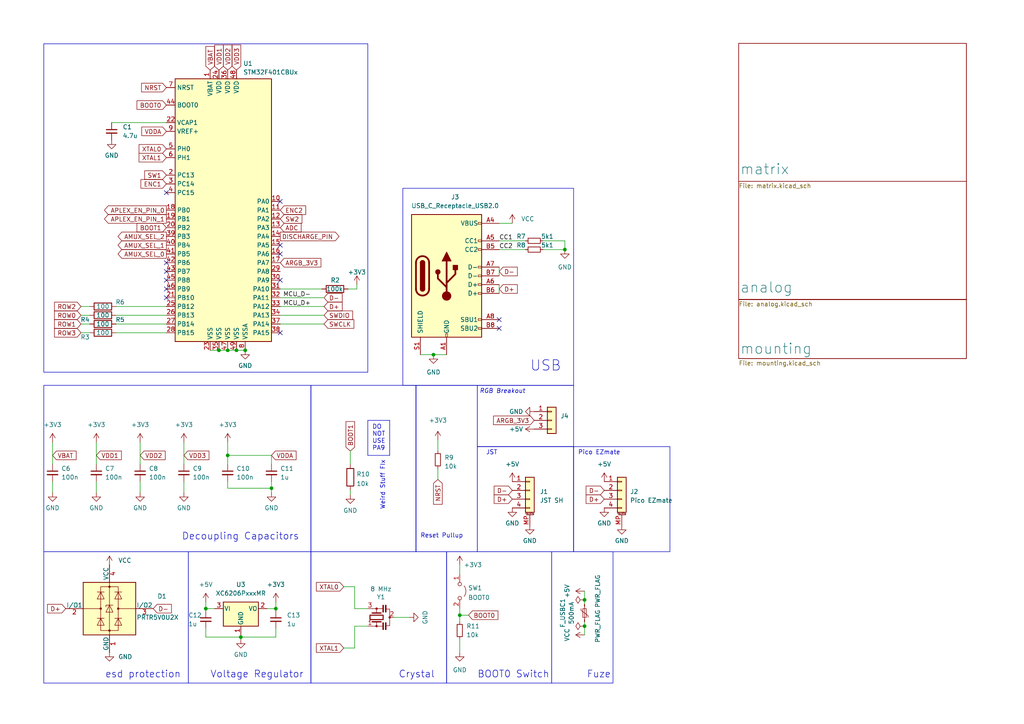
<source format=kicad_sch>
(kicad_sch (version 20231120) (generator "eeschema") (generator_version "8.0")
  (paper "A4")
  (lib_symbols
    (symbol "Connector:USB_C_Receptacle_USB2.0" (pin_names (offset 1.016))
      (property "Reference" "J" (at -10.16 19.05 0))
      (property "Value" "USB_C_Receptacle_USB2.0" (at 19.05 19.05 0))
      (symbol "USB_C_Receptacle_USB2.0_0_0"
        (rectangle (start -0.254 -17.78) (end 0.254 -16.764))
        (rectangle (start 10.16 -14.986) (end 9.144 -15.494))
        (rectangle (start 10.16 -12.446) (end 9.144 -12.954))
        (rectangle (start 10.16 -4.826) (end 9.144 -5.334))
        (rectangle (start 10.16 -2.286) (end 9.144 -2.794))
        (rectangle (start 10.16 0.254) (end 9.144 -0.254))
        (rectangle (start 10.16 2.794) (end 9.144 2.286))
        (rectangle (start 10.16 7.874) (end 9.144 7.366))
        (rectangle (start 10.16 10.414) (end 9.144 9.906))
        (rectangle (start 10.16 15.494) (end 9.144 14.986))
      )
      (symbol "USB_C_Receptacle_USB2.0_0_1"
        (rectangle (start -10.16 17.78) (end 10.16 -17.78) (stroke (width 0.254)) (fill (type background)))
        (arc (start -8.89 -3.81) (mid -6.985 -5.7067) (end -5.08 -3.81) (stroke (width 0.508)))
        (arc (start -7.62 -3.81) (mid -6.985 -4.4423) (end -6.35 -3.81) (stroke (width 0.254)))
        (arc (start -7.62 -3.81) (mid -6.985 -4.4423) (end -6.35 -3.81) (stroke (width 0.254)) (fill (type outline)))
        (rectangle (start -7.62 -3.81) (end -6.35 3.81) (stroke (width 0.254)) (fill (type outline)))
        (arc (start -6.35 3.81) (mid -6.985 4.4423) (end -7.62 3.81) (stroke (width 0.254)))
        (arc (start -6.35 3.81) (mid -6.985 4.4423) (end -7.62 3.81) (stroke (width 0.254)) (fill (type outline)))
        (arc (start -5.08 3.81) (mid -6.985 5.7067) (end -8.89 3.81) (stroke (width 0.508)))
        (circle (center -2.54 1.143) (radius 0.635) (stroke (width 0.254)) (fill (type outline)))
        (circle (center 0 -5.842) (radius 1.27) (fill (type outline)))
        (polyline (pts (xy -8.89 -3.81) (xy -8.89 3.81)) (stroke (width 0.508)))
        (polyline (pts (xy -5.08 3.81) (xy -5.08 -3.81)) (stroke (width 0.508)))
        (polyline (pts (xy 0 -5.842) (xy 0 4.318)) (stroke (width 0.508)))
        (polyline (pts (xy 0 -3.302) (xy -2.54 -0.762) (xy -2.54 0.508)) (stroke (width 0.508)))
        (polyline (pts (xy 0 -2.032) (xy 2.54 0.508) (xy 2.54 1.778)) (stroke (width 0.508)))
        (polyline (pts (xy -1.27 4.318) (xy 0 6.858) (xy 1.27 4.318) (xy -1.27 4.318)) (stroke (width 0.254)) (fill (type outline)))
        (rectangle (start 1.905 1.778) (end 3.175 3.048) (stroke (width 0.254)) (fill (type outline)))
      )
      (symbol "USB_C_Receptacle_USB2.0_1_1"
        (pin passive line (at 0 -22.86 90) (length 5.08) (name "GND") (number "A1"))
        (pin passive line (at 0 -22.86 90) (length 5.08) hide (name "GND") (number "A12"))
        (pin passive line (at 15.24 15.24 180) (length 5.08) (name "VBUS") (number "A4"))
        (pin bidirectional line (at 15.24 10.16 180) (length 5.08) (name "CC1") (number "A5"))
        (pin bidirectional line (at 15.24 -2.54 180) (length 5.08) (name "D+") (number "A6"))
        (pin bidirectional line (at 15.24 2.54 180) (length 5.08) (name "D-") (number "A7"))
        (pin bidirectional line (at 15.24 -12.7 180) (length 5.08) (name "SBU1") (number "A8"))
        (pin passive line (at 15.24 15.24 180) (length 5.08) hide (name "VBUS") (number "A9"))
        (pin passive line (at 0 -22.86 90) (length 5.08) hide (name "GND") (number "B1"))
        (pin passive line (at 0 -22.86 90) (length 5.08) hide (name "GND") (number "B12"))
        (pin passive line (at 15.24 15.24 180) (length 5.08) hide (name "VBUS") (number "B4"))
        (pin bidirectional line (at 15.24 7.62 180) (length 5.08) (name "CC2") (number "B5"))
        (pin bidirectional line (at 15.24 -5.08 180) (length 5.08) (name "D+") (number "B6"))
        (pin bidirectional line (at 15.24 0 180) (length 5.08) (name "D-") (number "B7"))
        (pin bidirectional line (at 15.24 -15.24 180) (length 5.08) (name "SBU2") (number "B8"))
        (pin passive line (at 15.24 15.24 180) (length 5.08) hide (name "VBUS") (number "B9"))
        (pin passive line (at -7.62 -22.86 90) (length 5.08) (name "SHIELD") (number "S1"))
      )
    )
    (symbol "Connector_Generic:Conn_01x03" (pin_names (offset 1.016) hide)
      (property "Reference" "J" (at 0 5.08 0))
      (property "Value" "Conn_01x03" (at 0 -5.08 0))
      (symbol "Conn_01x03_1_1"
        (rectangle (start -1.27 -2.413) (end 0 -2.667) (stroke (width 0.1524)))
        (rectangle (start -1.27 0.127) (end 0 -0.127) (stroke (width 0.1524)))
        (rectangle (start -1.27 2.667) (end 0 2.413) (stroke (width 0.1524)))
        (rectangle (start -1.27 3.81) (end 1.27 -3.81) (stroke (width 0.254)) (fill (type background)))
        (pin passive line (at -5.08 2.54 0) (length 3.81) (name "Pin_1") (number "1"))
        (pin passive line (at -5.08 0 0) (length 3.81) (name "Pin_2") (number "2"))
        (pin passive line (at -5.08 -2.54 0) (length 3.81) (name "Pin_3") (number "3"))
      )
    )
    (symbol "Connector_Generic_MountingPin:Conn_01x04_MountingPin" (pin_names (offset 1.016) hide)
      (property "Reference" "J" (at 0 5.08 0))
      (property "Value" "Conn_01x04_MountingPin" (at 1.27 -7.62 0))
      (symbol "Conn_01x04_MountingPin_1_1"
        (rectangle (start -1.27 -4.953) (end 0 -5.207) (stroke (width 0.1524)))
        (rectangle (start -1.27 -2.413) (end 0 -2.667) (stroke (width 0.1524)))
        (rectangle (start -1.27 0.127) (end 0 -0.127) (stroke (width 0.1524)))
        (rectangle (start -1.27 2.667) (end 0 2.413) (stroke (width 0.1524)))
        (rectangle (start -1.27 3.81) (end 1.27 -6.35) (stroke (width 0.254)) (fill (type background)))
        (polyline (pts (xy -1.016 -7.112) (xy 1.016 -7.112)) (stroke (width 0.1524)))
        (text "Mounting" (at 0 -6.731 0) (effects (font (size 0.381 0.381))))
        (pin passive line (at -5.08 2.54 0) (length 3.81) (name "Pin_1") (number "1"))
        (pin passive line (at -5.08 0 0) (length 3.81) (name "Pin_2") (number "2"))
        (pin passive line (at -5.08 -2.54 0) (length 3.81) (name "Pin_3") (number "3"))
        (pin passive line (at -5.08 -5.08 0) (length 3.81) (name "Pin_4") (number "4"))
        (pin passive line (at 0 -10.16 90) (length 3.048) (name "MountPin") (number "MP"))
      )
    )
    (symbol "Device:C_Small" (pin_numbers hide) (pin_names (offset 0.254) hide)
      (property "Reference" "C" (at 0.254 1.778 0))
      (property "Value" "C_Small" (at 0.254 -2.032 0))
      (symbol "C_Small_0_1"
        (polyline (pts (xy -1.524 -0.508) (xy 1.524 -0.508)) (stroke (width 0.3302)))
        (polyline (pts (xy -1.524 0.508) (xy 1.524 0.508)) (stroke (width 0.3048)))
      )
      (symbol "C_Small_1_1"
        (pin passive line (at 0 2.54 270) (length 2.032) (name "~") (number "1"))
        (pin passive line (at 0 -2.54 90) (length 2.032) (name "~") (number "2"))
      )
    )
    (symbol "Device:Polyfuse_Small" (pin_numbers hide) (pin_names (offset 0))
      (property "Reference" "F" (at -1.905 0 90))
      (property "Value" "Polyfuse_Small" (at 1.905 0 90))
      (symbol "Polyfuse_Small_0_1"
        (rectangle (start -0.508 1.27) (end 0.508 -1.27))
        (polyline (pts (xy 0 2.54) (xy 0 -2.54)))
        (polyline (pts (xy -1.016 1.27) (xy -1.016 0.762) (xy 1.016 -0.762) (xy 1.016 -1.27)))
      )
      (symbol "Polyfuse_Small_1_1"
        (pin passive line (at 0 2.54 270) (length 0.635) (name "~") (number "1"))
        (pin passive line (at 0 -2.54 90) (length 0.635) (name "~") (number "2"))
      )
    )
    (symbol "Device:R" (pin_numbers hide) (pin_names (offset 0))
      (property "Reference" "R" (at 2.032 0 90))
      (property "Value" "R" (at 0 0 90))
      (symbol "R_0_1"
        (rectangle (start -1.016 -2.54) (end 1.016 2.54) (stroke (width 0.254)))
      )
      (symbol "R_1_1"
        (pin passive line (at 0 3.81 270) (length 1.27) (name "~") (number "1"))
        (pin passive line (at 0 -3.81 90) (length 1.27) (name "~") (number "2"))
      )
    )
    (symbol "Device:R_Small" (pin_numbers hide) (pin_names (offset 0.254) hide)
      (property "Reference" "R" (at 0.762 0.508 0))
      (property "Value" "R_Small" (at 0.762 -1.016 0))
      (symbol "R_Small_0_1"
        (rectangle (start -0.762 1.778) (end 0.762 -1.778) (stroke (width 0.2032)))
      )
      (symbol "R_Small_1_1"
        (pin passive line (at 0 2.54 270) (length 0.762) (name "~") (number "1"))
        (pin passive line (at 0 -2.54 90) (length 0.762) (name "~") (number "2"))
      )
    )
    (symbol "Device:Resonator_Small" (pin_names (offset 1.016) hide)
      (property "Reference" "Y" (at 3.175 1.905 0))
      (property "Value" "Resonator_Small" (at 3.175 0 0))
      (symbol "Resonator_Small_0_1"
        (rectangle (start -3.556 -2.54) (end -1.524 -2.794) (fill (type outline)))
        (rectangle (start -3.556 -1.778) (end -1.524 -2.032) (fill (type outline)))
        (circle (center -2.54 0) (radius 0.254) (fill (type outline)))
        (rectangle (start -0.635 1.905) (end 0.635 -1.905) (stroke (width 0.3048)))
        (circle (center 0 -3.81) (radius 0.254) (fill (type outline)))
        (polyline (pts (xy -2.54 -1.778) (xy -2.54 0)))
        (polyline (pts (xy -2.54 0) (xy -1.397 0)))
        (polyline (pts (xy -2.54 1.27) (xy -2.54 0)))
        (polyline (pts (xy -1.27 -1.27) (xy -1.27 1.27)) (stroke (width 0.381)))
        (polyline (pts (xy 1.27 -1.27) (xy 1.27 1.27)) (stroke (width 0.381)))
        (polyline (pts (xy 1.27 0) (xy 2.54 0)))
        (polyline (pts (xy 2.54 0) (xy 2.54 -1.778)))
        (polyline (pts (xy 2.54 1.27) (xy 2.54 0)))
        (polyline (pts (xy 2.413 -2.794) (xy 2.413 -3.81) (xy -2.413 -3.81) (xy -2.413 -2.667)))
        (rectangle (start 1.524 -2.54) (end 3.556 -2.794) (fill (type outline)))
        (rectangle (start 1.524 -1.778) (end 3.556 -2.032) (fill (type outline)))
        (circle (center 2.54 0) (radius 0.254) (fill (type outline)))
      )
      (symbol "Resonator_Small_1_1"
        (pin passive line (at -2.54 2.54 270) (length 1.27) (name "1") (number "1"))
        (pin passive line (at 0 -5.08 90) (length 1.27) (name "2") (number "2"))
        (pin passive line (at 2.54 2.54 270) (length 1.27) (name "3") (number "3"))
      )
    )
    (symbol "GND_4" (power) (pin_names (offset 0))
      (property "Value" "GND_4" (at 0 -3.81 0))
      (symbol "GND_4_0_1"
        (polyline (pts (xy 0 0) (xy 0 -1.27) (xy 1.27 -1.27) (xy 0 -2.54) (xy -1.27 -1.27) (xy 0 -1.27)))
      )
      (symbol "GND_4_1_1"
        (pin power_in line (at 0 0 270) (length 0) hide (name "GND") (number "1"))
      )
    )
    (symbol "Jumper:Jumper_2_Open" (pin_names (offset 0) hide)
      (property "Reference" "JP" (at 0 2.794 0))
      (property "Value" "Jumper_2_Open" (at 0 -2.286 0))
      (symbol "Jumper_2_Open_0_0"
        (circle (center -2.032 0) (radius 0.508))
        (circle (center 2.032 0) (radius 0.508))
      )
      (symbol "Jumper_2_Open_0_1"
        (arc (start 1.524 1.27) (mid 0 1.778) (end -1.524 1.27))
      )
      (symbol "Jumper_2_Open_1_1"
        (pin passive line (at -5.08 0 0) (length 2.54) (name "A") (number "1"))
        (pin passive line (at 5.08 0 180) (length 2.54) (name "B") (number "2"))
      )
    )
    (symbol "MCU_ST_STM32F4:STM32F401CBUx"
      (property "Reference" "U" (at -15.24 39.37 0))
      (property "Value" "STM32F401CBUx" (at 5.08 39.37 0))
      (symbol "STM32F401CBUx_0_1"
        (rectangle (start -15.24 -38.1) (end 12.7 38.1) (stroke (width 0.254)) (fill (type background)))
      )
      (symbol "STM32F401CBUx_1_1"
        (pin power_in line (at -5.08 40.64 270) (length 2.54) (name "VBAT") (number "1"))
        (pin bidirectional line (at 15.24 2.54 180) (length 2.54) (name "PA0") (number "10"))
        (pin bidirectional line (at 15.24 0 180) (length 2.54) (name "PA1") (number "11"))
        (pin bidirectional line (at 15.24 -2.54 180) (length 2.54) (name "PA2") (number "12"))
        (pin bidirectional line (at 15.24 -5.08 180) (length 2.54) (name "PA3") (number "13"))
        (pin bidirectional line (at 15.24 -7.62 180) (length 2.54) (name "PA4") (number "14"))
        (pin bidirectional line (at 15.24 -10.16 180) (length 2.54) (name "PA5") (number "15"))
        (pin bidirectional line (at 15.24 -12.7 180) (length 2.54) (name "PA6") (number "16"))
        (pin bidirectional line (at 15.24 -15.24 180) (length 2.54) (name "PA7") (number "17"))
        (pin bidirectional line (at -17.78 0 0) (length 2.54) (name "PB0") (number "18"))
        (pin bidirectional line (at -17.78 -2.54 0) (length 2.54) (name "PB1") (number "19"))
        (pin bidirectional line (at -17.78 10.16 0) (length 2.54) (name "PC13") (number "2"))
        (pin bidirectional line (at -17.78 -5.08 0) (length 2.54) (name "PB2") (number "20"))
        (pin bidirectional line (at -17.78 -25.4 0) (length 2.54) (name "PB10") (number "21"))
        (pin power_in line (at -17.78 25.4 0) (length 2.54) (name "VCAP1") (number "22"))
        (pin power_in line (at -5.08 -40.64 90) (length 2.54) (name "VSS") (number "23"))
        (pin power_in line (at -2.54 40.64 270) (length 2.54) (name "VDD") (number "24"))
        (pin bidirectional line (at -17.78 -27.94 0) (length 2.54) (name "PB12") (number "25"))
        (pin bidirectional line (at -17.78 -30.48 0) (length 2.54) (name "PB13") (number "26"))
        (pin bidirectional line (at -17.78 -33.02 0) (length 2.54) (name "PB14") (number "27"))
        (pin bidirectional line (at -17.78 -35.56 0) (length 2.54) (name "PB15") (number "28"))
        (pin bidirectional line (at 15.24 -17.78 180) (length 2.54) (name "PA8") (number "29"))
        (pin bidirectional line (at -17.78 7.62 0) (length 2.54) (name "PC14") (number "3"))
        (pin bidirectional line (at 15.24 -20.32 180) (length 2.54) (name "PA9") (number "30"))
        (pin bidirectional line (at 15.24 -22.86 180) (length 2.54) (name "PA10") (number "31"))
        (pin bidirectional line (at 15.24 -25.4 180) (length 2.54) (name "PA11") (number "32"))
        (pin bidirectional line (at 15.24 -27.94 180) (length 2.54) (name "PA12") (number "33"))
        (pin bidirectional line (at 15.24 -30.48 180) (length 2.54) (name "PA13") (number "34"))
        (pin power_in line (at -2.54 -40.64 90) (length 2.54) (name "VSS") (number "35"))
        (pin power_in line (at 0 40.64 270) (length 2.54) (name "VDD") (number "36"))
        (pin bidirectional line (at 15.24 -33.02 180) (length 2.54) (name "PA14") (number "37"))
        (pin bidirectional line (at 15.24 -35.56 180) (length 2.54) (name "PA15") (number "38"))
        (pin bidirectional line (at -17.78 -7.62 0) (length 2.54) (name "PB3") (number "39"))
        (pin bidirectional line (at -17.78 5.08 0) (length 2.54) (name "PC15") (number "4"))
        (pin bidirectional line (at -17.78 -10.16 0) (length 2.54) (name "PB4") (number "40"))
        (pin bidirectional line (at -17.78 -12.7 0) (length 2.54) (name "PB5") (number "41"))
        (pin bidirectional line (at -17.78 -15.24 0) (length 2.54) (name "PB6") (number "42"))
        (pin bidirectional line (at -17.78 -17.78 0) (length 2.54) (name "PB7") (number "43"))
        (pin input line (at -17.78 30.48 0) (length 2.54) (name "BOOT0") (number "44"))
        (pin bidirectional line (at -17.78 -20.32 0) (length 2.54) (name "PB8") (number "45"))
        (pin bidirectional line (at -17.78 -22.86 0) (length 2.54) (name "PB9") (number "46"))
        (pin power_in line (at 0 -40.64 90) (length 2.54) (name "VSS") (number "47"))
        (pin power_in line (at 2.54 40.64 270) (length 2.54) (name "VDD") (number "48"))
        (pin power_in line (at 2.54 -40.64 90) (length 2.54) (name "VSS") (number "49"))
        (pin input line (at -17.78 17.78 0) (length 2.54) (name "PH0") (number "5"))
        (pin input line (at -17.78 15.24 0) (length 2.54) (name "PH1") (number "6"))
        (pin input line (at -17.78 35.56 0) (length 2.54) (name "NRST") (number "7"))
        (pin power_in line (at 5.08 -40.64 90) (length 2.54) (name "VSSA") (number "8"))
        (pin power_in line (at -17.78 22.86 0) (length 2.54) (name "VREF+") (number "9"))
      )
    )
    (symbol "Power_Protection:PRTR5V0U2X" (pin_names (offset 0))
      (property "Reference" "D" (at 2.794 8.636 0))
      (property "Value" "PRTR5V0U2X" (at 8.128 -9.398 0))
      (symbol "PRTR5V0U2X_0_1"
        (rectangle (start -7.62 -7.62) (end 7.62 7.62) (stroke (width 0.254)) (fill (type background)))
        (circle (center -2.54 0) (radius 0.254) (fill (type outline)))
        (rectangle (start -2.54 6.35) (end 2.54 -6.35))
        (circle (center 0 -6.35) (radius 0.254) (fill (type outline)))
        (polyline (pts (xy -2.54 0) (xy -7.62 0)))
        (polyline (pts (xy -1.524 -2.794) (xy -3.556 -2.794)))
        (polyline (pts (xy -1.524 4.826) (xy -3.556 4.826)))
        (polyline (pts (xy 0 -7.62) (xy 0 7.62)))
        (polyline (pts (xy 1.524 -2.794) (xy 3.556 -2.794)))
        (polyline (pts (xy 1.524 4.826) (xy 3.556 4.826)))
        (polyline (pts (xy 2.54 0) (xy 7.62 0)))
        (polyline (pts (xy 1.016 1.016) (xy -1.016 1.016) (xy -1.016 0.508)))
        (polyline (pts (xy -3.556 -4.826) (xy -1.524 -4.826) (xy -2.54 -2.794) (xy -3.556 -4.826)))
        (polyline (pts (xy -3.556 2.794) (xy -1.524 2.794) (xy -2.54 4.826) (xy -3.556 2.794)))
        (polyline (pts (xy -1.016 -1.016) (xy 1.016 -1.016) (xy 0 1.016) (xy -1.016 -1.016)))
        (polyline (pts (xy 3.556 -4.826) (xy 1.524 -4.826) (xy 2.54 -2.794) (xy 3.556 -4.826)))
        (polyline (pts (xy 3.556 2.794) (xy 1.524 2.794) (xy 2.54 4.826) (xy 3.556 2.794)))
        (circle (center 0 6.35) (radius 0.254) (fill (type outline)))
        (circle (center 2.54 0) (radius 0.254) (fill (type outline)))
      )
      (symbol "PRTR5V0U2X_1_1"
        (pin passive line (at 0 -12.7 90) (length 5.08) (name "GND") (number "1"))
        (pin passive line (at -12.7 0 0) (length 5.08) (name "I/O1") (number "2"))
        (pin passive line (at 12.7 0 180) (length 5.08) (name "I/O2") (number "3"))
        (pin passive line (at 0 12.7 270) (length 5.08) (name "VCC") (number "4"))
      )
    )
    (symbol "Regulator_Linear:XC6206PxxxMR" (pin_names (offset 0.254))
      (property "Reference" "U" (at -3.81 3.175 0))
      (property "Value" "XC6206PxxxMR" (at 0 3.175 0))
      (symbol "XC6206PxxxMR_0_1"
        (rectangle (start -5.08 1.905) (end 5.08 -5.08) (stroke (width 0.254)) (fill (type background)))
      )
      (symbol "XC6206PxxxMR_1_1"
        (pin power_in line (at 0 -7.62 90) (length 2.54) (name "GND") (number "1"))
        (pin power_out line (at 7.62 0 180) (length 2.54) (name "VO") (number "2"))
        (pin power_in line (at -7.62 0 0) (length 2.54) (name "VI") (number "3"))
      )
    )
    (symbol "power:+3.3V" (power) (pin_names (offset 0))
      (property "Value" "+3.3V" (at 0 3.556 0))
      (symbol "+3.3V_0_1"
        (polyline (pts (xy -0.762 1.27) (xy 0 2.54)))
        (polyline (pts (xy 0 0) (xy 0 2.54)))
        (polyline (pts (xy 0 2.54) (xy 0.762 1.27)))
      )
      (symbol "+3.3V_1_1"
        (pin power_in line (at 0 0 90) (length 0) hide (name "+3V3") (number "1"))
      )
    )
    (symbol "power:+3V3" (power) (pin_names (offset 0))
      (property "Value" "+3V3" (at 0 3.556 0))
      (symbol "+3V3_0_1"
        (polyline (pts (xy -0.762 1.27) (xy 0 2.54)))
        (polyline (pts (xy 0 0) (xy 0 2.54)))
        (polyline (pts (xy 0 2.54) (xy 0.762 1.27)))
      )
      (symbol "+3V3_1_1"
        (pin power_in line (at 0 0 90) (length 0) hide (name "+3V3") (number "1"))
      )
    )
    (symbol "power:+5V" (power) (pin_names (offset 0))
      (property "Value" "+5V" (at 0 3.556 0))
      (symbol "+5V_0_1"
        (polyline (pts (xy -0.762 1.27) (xy 0 2.54)))
        (polyline (pts (xy 0 0) (xy 0 2.54)))
        (polyline (pts (xy 0 2.54) (xy 0.762 1.27)))
      )
      (symbol "+5V_1_1"
        (pin power_in line (at 0 0 90) (length 0) hide (name "+5V") (number "1"))
      )
    )
    (symbol "power:GND" (power) (pin_names (offset 0))
      (property "Value" "GND" (at 0 -3.81 0))
      (symbol "GND_0_1"
        (polyline (pts (xy 0 0) (xy 0 -1.27) (xy 1.27 -1.27) (xy 0 -2.54) (xy -1.27 -1.27) (xy 0 -1.27)))
      )
      (symbol "GND_1_1"
        (pin power_in line (at 0 0 270) (length 0) hide (name "GND") (number "1"))
      )
    )
    (symbol "power:PWR_FLAG" (power) (pin_numbers hide) (pin_names (offset 0) hide)
      (property "Value" "PWR_FLAG" (at 0 3.81 0))
      (symbol "PWR_FLAG_0_0"
        (pin power_out line (at 0 0 90) (length 0) (name "pwr") (number "1"))
      )
      (symbol "PWR_FLAG_0_1"
        (polyline (pts (xy 0 0) (xy 0 1.27) (xy -1.016 1.905) (xy 0 2.54) (xy 1.016 1.905) (xy 0 1.27)))
      )
    )
    (symbol "power:VCC" (power) (pin_names (offset 0))
      (property "Value" "VCC" (at 0 3.81 0))
      (symbol "VCC_0_1"
        (polyline (pts (xy -0.762 1.27) (xy 0 2.54)))
        (polyline (pts (xy 0 0) (xy 0 2.54)))
        (polyline (pts (xy 0 2.54) (xy 0.762 1.27)))
      )
      (symbol "VCC_1_1"
        (pin power_in line (at 0 0 90) (length 0) hide (name "VCC") (number "1"))
      )
    )
  )
  (junction (at 125.73 102.87))
  (junction (at 66.04 101.6))
  (junction (at 163.83 72.39))
  (junction (at 68.58 101.6))
  (junction (at 80.01 176.53))
  (junction (at 78.74 141.605))
  (junction (at 63.5 101.6))
  (junction (at 59.69 176.53))
  (junction (at 133.35 178.435))
  (junction (at 66.04 132.08))
  (junction (at 169.545 181.61))
  (junction (at 71.12 101.6))
  (junction (at 169.545 173.99))
  (junction (at 69.85 184.785))
  (no_connect (at 81.28 73.66))
  (no_connect (at 81.28 81.28))
  (no_connect (at 48.26 83.82))
  (no_connect (at 48.26 78.74))
  (no_connect (at 81.28 58.42))
  (no_connect (at 144.78 92.71))
  (no_connect (at 81.28 71.12))
  (no_connect (at 48.26 81.28))
  (no_connect (at 48.26 86.36))
  (no_connect (at 144.78 95.25))
  (no_connect (at 48.26 76.2))
  (no_connect (at 81.28 96.52))
  (no_connect (at 48.26 55.88))
  (wire (pts (xy 15.24 139.7) (xy 15.24 142.875)))
  (wire (pts (xy 59.69 177.165) (xy 59.69 176.53)))
  (wire (pts (xy 59.69 176.53) (xy 62.23 176.53)))
  (wire (pts (xy 33.655 91.44) (xy 48.26 91.44)))
  (wire (pts (xy 169.545 175.26) (xy 169.545 173.99)))
  (wire (pts (xy 66.04 139.7) (xy 66.04 141.605)))
  (wire (pts (xy 144.78 64.77) (xy 148.59 64.77)))
  (wire (pts (xy 133.35 178.435) (xy 133.35 180.34)))
  (wire (pts (xy 15.24 128.27) (xy 15.24 134.62)))
  (wire (pts (xy 48.26 93.98) (xy 33.655 93.98)))
  (wire (pts (xy 99.695 187.96) (xy 102.87 187.96)))
  (wire (pts (xy 101.6 130.81) (xy 101.6 134.62)))
  (wire (pts (xy 163.83 69.85) (xy 163.83 72.39)))
  (wire (pts (xy 133.35 163.83) (xy 133.35 166.37)))
  (wire (pts (xy 127 135.89) (xy 127 139.065)))
  (wire (pts (xy 80.01 176.53) (xy 80.01 177.165)))
  (wire (pts (xy 169.545 184.15) (xy 169.545 181.61)))
  (wire (pts (xy 69.85 184.15) (xy 69.85 184.785)))
  (wire (pts (xy 78.74 141.605) (xy 78.74 142.875)))
  (wire (pts (xy 169.545 173.99) (xy 169.545 171.45)))
  (wire (pts (xy 69.85 184.785) (xy 69.85 185.42)))
  (wire (pts (xy 144.78 72.39) (xy 152.4 72.39)))
  (wire (pts (xy 127 127.635) (xy 127 130.81)))
  (wire (pts (xy 69.85 184.785) (xy 80.01 184.785)))
  (wire (pts (xy 103.505 83.82) (xy 103.505 82.55)))
  (wire (pts (xy 81.28 91.44) (xy 93.98 91.44)))
  (wire (pts (xy 133.35 176.53) (xy 133.35 178.435)))
  (wire (pts (xy 81.28 88.9) (xy 93.98 88.9)))
  (wire (pts (xy 23.495 88.9) (xy 26.035 88.9)))
  (wire (pts (xy 157.48 72.39) (xy 163.83 72.39)))
  (wire (pts (xy 133.35 178.435) (xy 135.89 178.435)))
  (wire (pts (xy 59.69 176.53) (xy 59.69 174.625)))
  (wire (pts (xy 78.74 139.7) (xy 78.74 141.605)))
  (wire (pts (xy 169.545 181.61) (xy 169.545 180.34)))
  (wire (pts (xy 77.47 176.53) (xy 80.01 176.53)))
  (wire (pts (xy 33.655 88.9) (xy 48.26 88.9)))
  (wire (pts (xy 144.78 77.47) (xy 144.78 80.01)))
  (wire (pts (xy 93.345 83.82) (xy 81.28 83.82)))
  (wire (pts (xy 53.34 139.7) (xy 53.34 142.875)))
  (wire (pts (xy 66.04 141.605) (xy 78.74 141.605)))
  (polyline (pts (xy 106.68 121.92) (xy 106.68 132.08)))
  (wire (pts (xy 78.74 132.08) (xy 78.74 134.62)))
  (wire (pts (xy 27.94 128.27) (xy 27.94 134.62)))
  (polyline (pts (xy 106.68 121.92) (xy 113.03 121.92)))
  (wire (pts (xy 23.495 91.44) (xy 26.035 91.44)))
  (wire (pts (xy 66.04 128.27) (xy 66.04 132.08)))
  (wire (pts (xy 69.85 184.785) (xy 59.69 184.785)))
  (polyline (pts (xy 106.68 132.08) (xy 113.03 132.08)))
  (polyline (pts (xy 113.03 132.08) (xy 113.03 121.92)))
  (wire (pts (xy 23.495 96.52) (xy 26.035 96.52)))
  (wire (pts (xy 106.68 176.53) (xy 102.87 176.53)))
  (wire (pts (xy 102.87 187.96) (xy 102.87 181.61)))
  (wire (pts (xy 125.73 102.87) (xy 129.54 102.87)))
  (wire (pts (xy 27.94 139.7) (xy 27.94 142.875)))
  (wire (pts (xy 101.6 142.24) (xy 101.6 143.51)))
  (wire (pts (xy 33.655 96.52) (xy 48.26 96.52)))
  (wire (pts (xy 60.96 101.6) (xy 63.5 101.6)))
  (wire (pts (xy 133.35 185.42) (xy 133.35 189.23)))
  (wire (pts (xy 66.04 132.08) (xy 78.74 132.08)))
  (wire (pts (xy 53.34 128.27) (xy 53.34 134.62)))
  (wire (pts (xy 114.3 179.07) (xy 118.745 179.07)))
  (wire (pts (xy 102.87 181.61) (xy 106.68 181.61)))
  (wire (pts (xy 40.64 139.7) (xy 40.64 142.875)))
  (wire (pts (xy 59.69 184.785) (xy 59.69 182.245)))
  (wire (pts (xy 66.04 101.6) (xy 68.58 101.6)))
  (wire (pts (xy 102.87 176.53) (xy 102.87 170.18)))
  (wire (pts (xy 100.965 83.82) (xy 103.505 83.82)))
  (wire (pts (xy 81.28 86.36) (xy 93.98 86.36)))
  (wire (pts (xy 121.92 102.87) (xy 125.73 102.87)))
  (wire (pts (xy 81.28 93.98) (xy 93.98 93.98)))
  (wire (pts (xy 32.385 35.56) (xy 48.26 35.56)))
  (wire (pts (xy 157.48 69.85) (xy 163.83 69.85)))
  (wire (pts (xy 23.495 93.98) (xy 26.035 93.98)))
  (wire (pts (xy 66.04 132.08) (xy 66.04 134.62)))
  (wire (pts (xy 99.695 170.18) (xy 102.87 170.18)))
  (wire (pts (xy 80.01 176.53) (xy 80.01 174.625)))
  (wire (pts (xy 68.58 101.6) (xy 71.12 101.6)))
  (wire (pts (xy 144.78 82.55) (xy 144.78 85.09)))
  (wire (pts (xy 80.01 184.785) (xy 80.01 182.245)))
  (wire (pts (xy 40.64 128.27) (xy 40.64 134.62)))
  (wire (pts (xy 63.5 101.6) (xy 66.04 101.6)))
  (wire (pts (xy 144.78 69.85) (xy 152.4 69.85)))
  (rectangle (start 90.17 160.02) (end 129.54 198.12))
  (rectangle (start 138.43 129.54) (end 166.37 160.02))
  (rectangle (start 90.17 111.76) (end 120.65 160.02))
  (rectangle (start 12.7 12.7) (end 106.68 107.95))
  (rectangle (start 116.84 54.61) (end 166.37 111.76))
  (rectangle (start 54.61 160.02) (end 90.17 198.12))
  (rectangle (start 129.54 160.02) (end 160.02 198.12))
  (rectangle (start 12.7 111.76) (end 90.17 160.02))
  (rectangle (start 12.7 160.02) (end 54.61 198.12))
  (rectangle (start 120.65 111.76) (end 138.43 160.02))
  (rectangle (start 160.02 160.02) (end 177.8 198.12))
  (rectangle (start 166.37 129.54) (end 194.31 160.02))
  (rectangle (start 138.43 111.76) (end 166.37 129.54))
  (text "USB" (at 153.67 107.95 0) (effects (font (size 3 3)) (justify left bottom)))
  (text "Weird Stuff FIx" (at 111.76 147.955 90) (effects (font (size 1.27 1.27)) (justify left bottom)))
  (text "DO\nNOT\nUSE\nPA9\n" (at 107.95 130.81 0) (effects (font (size 1.27 1.27)) (justify left bottom)))
  (text "Pico EZmate" (at 167.64 132.08 0) (effects (font (size 1.27 1.27)) (justify left bottom)))
  (text "Fuze\n" (at 170.18 196.85 0) (effects (font (size 2 2)) (justify left bottom)))
  (text "Decoupling Capacitors" (at 52.705 156.845 0) (effects (font (size 2 2)) (justify left bottom)))
  (text "Crystal" (at 115.57 196.85 0) (effects (font (size 2 2)) (justify left bottom)))
  (text "esd protection\n" (at 30.48 196.85 0) (effects (font (size 2 2)) (justify left bottom)))
  (text "Reset Pullup" (at 121.92 156.21 0) (effects (font (size 1.27 1.27)) (justify left bottom)))
  (text "RGB Breakout" (at 152.4 114.3 0) (effects (font (size 1.27 1.27) (italic yes)) (justify right bottom)))
  (text "JST" (at 140.97 132.08 0) (effects (font (size 1.27 1.27)) (justify left bottom)))
  (text "BOOT0 Switch" (at 138.43 196.85 0) (effects (font (size 2 2)) (justify left bottom)))
  (text "Voltage Regulator" (at 60.96 196.85 0) (effects (font (size 2 2)) (justify left bottom)))
  (label "MCU_D-" (at 90.17 86.36 180))
  (label "CC1" (at 144.78 69.85 0))
  (label "MCU_D+" (at 90.17 88.9 180))
  (label "CC2" (at 144.78 72.39 0))
  (global_label "NRST" (shape input) (at 127 139.065 270) (property "Intersheetrefs" "${INTERSHEET_REFS}" (effects (hide yes))))
  (global_label "NRST" (shape input) (at 48.26 25.4 180) (property "Intersheetrefs" "${INTERSHEET_REFS}" (effects (hide yes))))
  (global_label "D-" (shape input) (at 175.26 142.24 180) (property "Intersheetrefs" "${INTERSHEET_REFS}" (effects (hide yes))))
  (global_label "BOOT1" (shape input) (at 48.26 66.04 180) (property "Intersheetrefs" "${INTERSHEET_REFS}" (effects (hide yes))))
  (global_label "VDD1" (shape input) (at 27.94 132.08 0) (property "Intersheetrefs" "${INTERSHEET_REFS}" (effects (hide yes))))
  (global_label "D+" (shape input) (at 19.05 176.53 180) (property "Intersheetrefs" "${INTERSHEET_REFS}" (effects (hide yes))))
  (global_label "ROW0" (shape input) (at 23.495 91.44 180) (property "Intersheetrefs" "${INTERSHEET_REFS}" (effects (hide yes))))
  (global_label "D-" (shape input) (at 148.59 142.24 180) (property "Intersheetrefs" "${INTERSHEET_REFS}" (effects (hide yes))))
  (global_label "SWDIO" (shape input) (at 93.98 91.44 0) (property "Intersheetrefs" "${INTERSHEET_REFS}" (effects (hide yes))))
  (global_label "ARGB_3V3" (shape input) (at 81.28 76.2 0) (property "Intersheetrefs" "${INTERSHEET_REFS}" (effects (hide yes))))
  (global_label "D+" (shape input) (at 175.26 144.78 180) (property "Intersheetrefs" "${INTERSHEET_REFS}" (effects (hide yes))))
  (global_label "ARGB_3V3" (shape input) (at 154.94 121.92 180) (property "Intersheetrefs" "${INTERSHEET_REFS}" (effects (hide yes))))
  (global_label "ENC2" (shape input) (at 81.28 60.96 0) (property "Intersheetrefs" "${INTERSHEET_REFS}" (effects (hide yes))))
  (global_label "APLEX_EN_PIN_0" (shape output) (at 48.26 60.96 180) (property "Intersheetrefs" "${INTERSHEET_REFS}" (effects (hide yes))))
  (global_label "ENC1" (shape input) (at 48.26 53.34 180) (property "Intersheetrefs" "${INTERSHEET_REFS}" (effects (hide yes))))
  (global_label "BOOT0" (shape input) (at 48.26 30.48 180) (property "Intersheetrefs" "${INTERSHEET_REFS}" (effects (hide yes))))
  (global_label "ADC" (shape input) (at 81.28 66.04 0) (property "Intersheetrefs" "${INTERSHEET_REFS}" (effects (hide yes))))
  (global_label "VDD2" (shape input) (at 40.64 132.08 0) (property "Intersheetrefs" "${INTERSHEET_REFS}" (effects (hide yes))))
  (global_label "D-" (shape input) (at 144.78 78.74 0) (property "Intersheetrefs" "${INTERSHEET_REFS}" (effects (hide yes))))
  (global_label "AMUX_SEL_1" (shape output) (at 48.26 71.12 180) (property "Intersheetrefs" "${INTERSHEET_REFS}" (effects (hide yes))))
  (global_label "VDD3" (shape input) (at 53.34 132.08 0) (property "Intersheetrefs" "${INTERSHEET_REFS}" (effects (hide yes))))
  (global_label "ROW1" (shape input) (at 23.495 93.98 180) (property "Intersheetrefs" "${INTERSHEET_REFS}" (effects (hide yes))))
  (global_label "SW2" (shape input) (at 81.28 63.5 0) (property "Intersheetrefs" "${INTERSHEET_REFS}" (effects (hide yes))))
  (global_label "ROW3" (shape input) (at 23.495 96.52 180) (property "Intersheetrefs" "${INTERSHEET_REFS}" (effects (hide yes))))
  (global_label "XTAL1" (shape input) (at 99.695 187.96 180) (property "Intersheetrefs" "${INTERSHEET_REFS}" (effects (hide yes))))
  (global_label "AMUX_SEL_2" (shape output) (at 48.26 68.58 180) (property "Intersheetrefs" "${INTERSHEET_REFS}" (effects (hide yes))))
  (global_label "VDDA" (shape input) (at 48.26 38.1 180) (property "Intersheetrefs" "${INTERSHEET_REFS}" (effects (hide yes))))
  (global_label "D+" (shape input) (at 148.59 144.78 180) (property "Intersheetrefs" "${INTERSHEET_REFS}" (effects (hide yes))))
  (global_label "VDD3" (shape input) (at 68.58 20.32 90) (property "Intersheetrefs" "${INTERSHEET_REFS}" (effects (hide yes))))
  (global_label "VDD1" (shape input) (at 63.5 20.32 90) (property "Intersheetrefs" "${INTERSHEET_REFS}" (effects (hide yes))))
  (global_label "D-" (shape input) (at 44.45 176.53 0) (property "Intersheetrefs" "${INTERSHEET_REFS}" (effects (hide yes))))
  (global_label "VBAT" (shape input) (at 60.96 20.32 90) (property "Intersheetrefs" "${INTERSHEET_REFS}" (effects (hide yes))))
  (global_label "D+" (shape input) (at 144.78 83.82 0) (property "Intersheetrefs" "${INTERSHEET_REFS}" (effects (hide yes))))
  (global_label "XTAL0" (shape input) (at 48.26 43.18 180) (property "Intersheetrefs" "${INTERSHEET_REFS}" (effects (hide yes))))
  (global_label "XTAL1" (shape input) (at 48.26 45.72 180) (property "Intersheetrefs" "${INTERSHEET_REFS}" (effects (hide yes))))
  (global_label "D+" (shape input) (at 93.98 88.9 0) (property "Intersheetrefs" "${INTERSHEET_REFS}" (effects (hide yes))))
  (global_label "SWCLK" (shape input) (at 93.98 93.98 0) (property "Intersheetrefs" "${INTERSHEET_REFS}" (effects (hide yes))))
  (global_label "XTAL0" (shape input) (at 99.695 170.18 180) (property "Intersheetrefs" "${INTERSHEET_REFS}" (effects (hide yes))))
  (global_label "D-" (shape input) (at 93.98 86.36 0) (property "Intersheetrefs" "${INTERSHEET_REFS}" (effects (hide yes))))
  (global_label "BOOT0" (shape input) (at 135.89 178.435 0) (property "Intersheetrefs" "${INTERSHEET_REFS}" (effects (hide yes))))
  (global_label "VDD2" (shape input) (at 66.04 20.32 90) (property "Intersheetrefs" "${INTERSHEET_REFS}" (effects (hide yes))))
  (global_label "VDDA" (shape input) (at 78.74 132.08 0) (property "Intersheetrefs" "${INTERSHEET_REFS}" (effects (hide yes))))
  (global_label "DISCHARGE_PIN" (shape output) (at 81.28 68.58 0) (property "Intersheetrefs" "${INTERSHEET_REFS}" (effects (hide yes))))
  (global_label "APLEX_EN_PIN_1" (shape output) (at 48.26 63.5 180) (property "Intersheetrefs" "${INTERSHEET_REFS}" (effects (hide yes))))
  (global_label "ROW2" (shape input) (at 23.495 88.9 180) (property "Intersheetrefs" "${INTERSHEET_REFS}" (effects (hide yes))))
  (global_label "AMUX_SEL_0" (shape output) (at 48.26 73.66 180) (property "Intersheetrefs" "${INTERSHEET_REFS}" (effects (hide yes))))
  (global_label "VBAT" (shape input) (at 15.24 132.08 0) (property "Intersheetrefs" "${INTERSHEET_REFS}" (effects (hide yes))))
  (global_label "SW1" (shape input) (at 48.26 50.8 180) (property "Intersheetrefs" "${INTERSHEET_REFS}" (effects (hide yes))))
  (global_label "BOOT1" (shape input) (at 101.6 130.81 90) (property "Intersheetrefs" "${INTERSHEET_REFS}" (effects (hide yes))))
  (symbol (lib_id "Device:Resonator_Small") (at 109.22 179.07 90) (unit 1)
    (property "Reference" "Y1" (at 110.49 173.1518 90))
    (property "Value" "8 MHz" (at 110.49 170.8404 90))
    (property "Footprint" "Crystal:Resonator_SMD_Murata_CSTxExxV-3Pin_3.0x1.1mm" (effects (hide yes)))
    (property "LCSC" "C907975" (effects (hide yes)))
  )
  (symbol (lib_id "power:GND") (at 175.26 147.32 0) (unit 1)
    (property "Reference" "#PWR06" (effects (hide yes)))
    (property "Value" "GND" (at 175.26 151.7634 0))
  )
  (symbol (lib_id "power:VCC") (at 148.59 64.77 0) (unit 1)
    (property "Reference" "#PWR011" (effects (hide yes)))
    (property "Value" "VCC" (at 151.13 63.4999 0) (effects (justify left)))
  )
  (symbol (lib_id "Device:R") (at 29.845 88.9 90) (unit 1)
    (property "Reference" "R6" (at 36.195 87.63 90) (effects (justify left)))
    (property "Value" "100" (at 31.75 88.9 90) (effects (justify left)))
    (property "Footprint" "Resistor_SMD:R_0402_1005Metric" (effects (hide yes)))
    (property "LCSC" "C25076" (effects (hide yes)))
  )
  (symbol (lib_id "Device:C_Small") (at 40.64 137.16 0) (unit 1)
    (property "Reference" "C8" (at 43.18 135.8962 0) (effects (justify left)))
    (property "Value" "100n" (at 43.18 138.4362 0) (effects (justify left)))
    (property "Footprint" "Capacitor_SMD:C_0402_1005Metric" (effects (hide yes)))
  )
  (symbol (lib_id "power:+3V3") (at 66.04 128.27 0) (unit 1)
    (property "Reference" "#PWR019" (effects (hide yes)))
    (property "Value" "+3V3" (at 66.04 123.19 0))
  )
  (symbol (lib_id "Device:C_Small") (at 27.94 137.16 0) (unit 1)
    (property "Reference" "C7" (at 30.48 135.8962 0) (effects (justify left)))
    (property "Value" "100n" (at 30.48 138.4362 0) (effects (justify left)))
    (property "Footprint" "Capacitor_SMD:C_0402_1005Metric" (effects (hide yes)))
  )
  (symbol (lib_id "power:+3.3V") (at 103.505 82.55 0) (unit 1)
    (property "Reference" "#PWR02" (effects (hide yes)))
    (property "Value" "+3V3" (at 103.505 78.9455 0))
  )
  (symbol (lib_name "GND_4") (lib_id "power:GND") (at 125.73 102.87 0) (unit 1)
    (property "Reference" "#PWR032" (effects (hide yes)))
    (property "Value" "GND" (at 125.73 107.95 0))
  )
  (symbol (lib_id "Connector_Generic:Conn_01x03") (at 160.02 121.92 0) (unit 1) (in_bom no)
    (property "Reference" "J4" (at 162.56 120.65 0) (effects (justify left)))
    (property "Value" "ARGB" (effects (hide yes)))
    (property "Footprint" "Connector_PinHeader_2.54mm:PinHeader_1x03_P2.54mm_Vertical" (effects (hide yes)))
  )
  (symbol (lib_id "power:GND") (at 15.24 142.875 0) (unit 1)
    (property "Reference" "#PWR024" (effects (hide yes)))
    (property "Value" "GND" (at 15.24 147.32 0))
  )
  (symbol (lib_id "Device:R") (at 29.845 93.98 90) (unit 1)
    (property "Reference" "R5" (at 36.195 92.71 90) (effects (justify left)))
    (property "Value" "100" (at 31.75 93.98 90) (effects (justify left)))
    (property "Footprint" "Resistor_SMD:R_0402_1005Metric" (effects (hide yes)))
    (property "LCSC" "C25076" (effects (hide yes)))
  )
  (symbol (lib_id "Device:R_Small") (at 154.94 69.85 90) (unit 1)
    (property "Reference" "R7" (at 151.13 68.58 90))
    (property "Value" "5k1" (at 158.75 68.58 90))
    (property "Footprint" "Resistor_SMD:R_0402_1005Metric" (effects (hide yes)))
    (property "LCSC" "C25905" (effects (hide yes)))
  )
  (symbol (lib_id "Device:C_Small") (at 80.01 179.705 0) (unit 1)
    (property "Reference" "C13" (at 83.185 178.4412 0) (effects (justify left)))
    (property "Value" "1u" (at 83.185 180.9812 0) (effects (justify left)))
    (property "Footprint" "Capacitor_SMD:C_0402_1005Metric" (effects (hide yes)))
  )
  (symbol (lib_id "power:PWR_FLAG") (at 169.545 181.61 90) (unit 1)
    (property "Reference" "#FLG02" (effects (hide yes)))
    (property "Value" "PWR_FLAG" (at 173.355 181.61 0))
  )
  (symbol (lib_id "power:+5V") (at 175.26 139.7 0) (unit 1)
    (property "Reference" "#PWR04" (effects (hide yes)))
    (property "Value" "+5V" (at 175.26 134.62 0))
  )
  (symbol (lib_id "power:VCC") (at 169.545 184.15 90) (unit 1)
    (property "Reference" "#PWR039" (effects (hide yes)))
    (property "Value" "VCC" (at 164.465 184.15 0))
  )
  (symbol (lib_id "power:VCC") (at 31.75 163.83 0) (unit 1)
    (property "Reference" "#PWR033" (effects (hide yes)))
    (property "Value" "VCC" (at 34.29 162.5599 0) (effects (justify left)))
  )
  (symbol (lib_id "power:+3V3") (at 133.35 163.83 0) (unit 1)
    (property "Reference" "#PWR034" (effects (hide yes)))
    (property "Value" "+3V3" (at 137.16 163.83 0))
  )
  (symbol (lib_id "power:GND") (at 101.6 143.51 0) (unit 1)
    (property "Reference" "#PWR029" (effects (hide yes)))
    (property "Value" "GND" (at 101.6 148.0725 0))
  )
  (symbol (lib_id "power:GND") (at 180.34 152.4 0) (unit 1)
    (property "Reference" "#PWR08" (effects (hide yes)))
    (property "Value" "GND" (at 180.34 156.8434 0))
  )
  (symbol (lib_id "power:GND") (at 32.385 40.64 0) (unit 1)
    (property "Reference" "#PWR01" (effects (hide yes)))
    (property "Value" "GND" (at 32.385 45.085 0))
  )
  (symbol (lib_id "power:+5V") (at 59.69 174.625 0) (unit 1)
    (property "Reference" "#PWR036" (effects (hide yes)))
    (property "Value" "+5V" (at 59.69 169.545 0))
  )
  (symbol (lib_id "power:+5V") (at 154.94 124.46 90) (unit 1)
    (property "Reference" "#PWR023" (effects (hide yes)))
    (property "Value" "+5V" (at 151.765 124.46 90) (effects (justify left)))
  )
  (symbol (lib_id "Regulator_Linear:XC6206PxxxMR") (at 69.85 176.53 0) (unit 1)
    (property "Reference" "U3" (at 69.85 169.545 0))
    (property "Value" "XC6206PxxxMR" (at 69.85 172.085 0))
    (property "Footprint" "Package_TO_SOT_SMD:SOT-23" (effects (hide yes)))
    (property "Datasheet" "https://www.torexsemi.com/file/xc6206/XC6206.pdf" (effects (hide yes)))
  )
  (symbol (lib_id "power:GND") (at 154.94 119.38 270) (unit 1)
    (property "Reference" "#PWR021" (effects (hide yes)))
    (property "Value" "GND" (at 151.765 119.38 90) (effects (justify right)))
  )
  (symbol (lib_id "Device:C_Small") (at 15.24 137.16 0) (unit 1)
    (property "Reference" "C6" (at 17.78 135.8962 0) (effects (justify left)))
    (property "Value" "100n" (at 17.78 138.4362 0) (effects (justify left)))
    (property "Footprint" "Capacitor_SMD:C_0402_1005Metric" (effects (hide yes)))
  )
  (symbol (lib_id "Connector:USB_C_Receptacle_USB2.0") (at 129.54 80.01 0) (unit 1)
    (property "Reference" "J3" (at 132.0165 57.15 0))
    (property "Value" "USB_C_Receptacle_USB2.0" (at 132.0165 59.69 0))
    (property "Footprint" "Connector_USB:USB_C_Receptacle_HRO_TYPE-C-31-M-12" (effects (hide yes)))
    (property "Datasheet" "https://www.usb.org/sites/default/files/documents/usb_type-c.zip" (effects (hide yes)))
    (property "LCSC" "C165948" (effects (hide yes)))
  )
  (symbol (lib_id "power:GND") (at 118.745 179.07 90) (unit 1)
    (property "Reference" "#PWR038" (effects (hide yes)))
    (property "Value" "GND" (at 123.3075 179.07 0))
  )
  (symbol (lib_id "power:GND") (at 27.94 142.875 0) (unit 1)
    (property "Reference" "#PWR025" (effects (hide yes)))
    (property "Value" "GND" (at 27.94 147.32 0))
  )
  (symbol (lib_id "Device:R_Small") (at 127 133.35 0) (unit 1)
    (property "Reference" "R9" (at 128.905 132.715 0) (effects (justify left)))
    (property "Value" "10k" (at 128.905 135.255 0) (effects (justify left)))
    (property "Footprint" "Resistor_SMD:R_0402_1005Metric" (effects (hide yes)))
  )
  (symbol (lib_id "power:+5V") (at 169.545 171.45 90) (unit 1)
    (property "Reference" "#PWR035" (effects (hide yes)))
    (property "Value" "+5V" (at 164.465 171.45 0))
  )
  (symbol (lib_id "Device:C_Small") (at 32.385 38.1 0) (unit 1)
    (property "Reference" "C1" (at 35.56 36.8362 0) (effects (justify left)))
    (property "Value" "4.7u" (at 35.56 39.3762 0) (effects (justify left)))
    (property "Footprint" "Capacitor_SMD:C_0402_1005Metric" (effects (hide yes)))
  )
  (symbol (lib_id "power:GND") (at 31.75 189.23 0) (unit 1)
    (property "Reference" "#PWR041" (effects (hide yes)))
    (property "Value" "GND" (at 34.29 190.4999 0) (effects (justify left)))
  )
  (symbol (lib_id "MCU_ST_STM32F4:STM32F401CBUx") (at 66.04 60.96 0) (unit 1)
    (property "Reference" "U1" (at 70.5359 18.415 0) (effects (justify left)))
    (property "Value" "STM32F401CBUx" (at 70.5359 20.955 0) (effects (justify left)))
    (property "Footprint" "Package_DFN_QFN:QFN-48-1EP_7x7mm_P0.5mm_EP5.6x5.6mm" (effects (hide yes)))
    (property "Datasheet" "http://www.st.com/st-web-ui/static/active/en/resource/technical/document/datasheet/DM00086815.pdf" (effects (hide yes)))
    (property "LCSC" "C118825" (effects (hide yes)))
  )
  (symbol (lib_id "Connector_Generic_MountingPin:Conn_01x04_MountingPin") (at 180.34 142.24 0) (unit 1)
    (property "Reference" "J2" (at 182.753 142.5955 0) (effects (justify left)))
    (property "Value" "Pico EZmate" (at 182.753 145.1355 0) (effects (justify left)))
    (property "Footprint" "Connector_Molex:Molex_Pico-EZmate_78171-0004_1x04-1MP_P1.20mm_Vertical" (effects (hide yes)))
  )
  (symbol (lib_id "Device:C_Small") (at 59.69 179.705 0) (unit 1)
    (property "Reference" "C12" (at 54.61 178.435 0) (effects (justify left)))
    (property "Value" "1u" (at 54.61 180.975 0) (effects (justify left)))
    (property "Footprint" "Capacitor_SMD:C_0402_1005Metric" (effects (hide yes)))
  )
  (symbol (lib_id "power:+3V3") (at 27.94 128.27 0) (unit 1)
    (property "Reference" "#PWR016" (effects (hide yes)))
    (property "Value" "+3V3" (at 27.94 123.19 0))
  )
  (symbol (lib_id "power:+3V3") (at 15.24 128.27 0) (unit 1)
    (property "Reference" "#PWR015" (effects (hide yes)))
    (property "Value" "+3V3" (at 15.24 123.19 0))
  )
  (symbol (lib_id "power:GND") (at 148.59 147.32 0) (unit 1)
    (property "Reference" "#PWR05" (effects (hide yes)))
    (property "Value" "GND" (at 148.59 151.7634 0))
  )
  (symbol (lib_id "Power_Protection:PRTR5V0U2X") (at 31.75 176.53 0) (unit 1)
    (property "Reference" "D1" (at 46.99 172.9486 0))
    (property "Value" "PRTR5V0U2X" (at 45.72 179.07 0))
    (property "Footprint" "Package_TO_SOT_SMD:SOT-143" (effects (hide yes)))
    (property "Datasheet" "https://assets.nexperia.com/documents/data-sheet/PRTR5V0U2X.pdf" (effects (hide yes)))
  )
  (symbol (lib_id "Device:C_Small") (at 53.34 137.16 0) (unit 1)
    (property "Reference" "C9" (at 55.88 135.8962 0) (effects (justify left)))
    (property "Value" "100n" (at 55.88 138.4362 0) (effects (justify left)))
    (property "Footprint" "Capacitor_SMD:C_0402_1005Metric" (effects (hide yes)))
  )
  (symbol (lib_id "Device:Polyfuse_Small") (at 169.545 177.8 180) (unit 1)
    (property "Reference" "F_USBC1" (at 163.195 177.8 90))
    (property "Value" "500mA" (at 165.735 177.8 90))
    (property "Footprint" "Fuse:Fuse_1206_3216Metric" (effects (hide yes)))
  )
  (symbol (lib_id "Device:R") (at 29.845 96.52 90) (unit 1)
    (property "Reference" "R3" (at 26.035 97.79 90) (effects (justify left)))
    (property "Value" "100" (at 31.75 96.52 90) (effects (justify left)))
    (property "Footprint" "Resistor_SMD:R_0402_1005Metric" (effects (hide yes)))
    (property "LCSC" "C25076" (effects (hide yes)))
  )
  (symbol (lib_id "power:+3V3") (at 40.64 128.27 0) (unit 1)
    (property "Reference" "#PWR017" (effects (hide yes)))
    (property "Value" "+3V3" (at 40.64 123.19 0))
  )
  (symbol (lib_id "Jumper:Jumper_2_Open") (at 133.35 171.45 270) (unit 1)
    (property "Reference" "SW1" (at 135.763 170.5415 90) (effects (justify left)))
    (property "Value" "BOOT0" (at 135.763 173.3166 90) (effects (justify left)))
    (property "Footprint" "Connector_PinHeader_2.54mm:PinHeader_1x02_P2.54mm_Vertical" (effects (hide yes)))
  )
  (symbol (lib_id "Device:R") (at 101.6 138.43 180) (unit 1)
    (property "Reference" "R10" (at 103.378 137.5215 0) (effects (justify right)))
    (property "Value" "10k" (at 103.378 140.2966 0) (effects (justify right)))
    (property "Footprint" "Resistor_SMD:R_0402_1005Metric" (effects (hide yes)))
    (property "LCSC" "C25744" (effects (hide yes)))
  )
  (symbol (lib_id "Device:R_Small") (at 154.94 72.39 90) (unit 1)
    (property "Reference" "R8" (at 151.13 71.12 90))
    (property "Value" "5k1" (at 158.75 71.12 90))
    (property "Footprint" "Resistor_SMD:R_0402_1005Metric" (effects (hide yes)))
    (property "LCSC" "C25905" (effects (hide yes)))
  )
  (symbol (lib_id "power:+5V") (at 148.59 139.7 0) (unit 1)
    (property "Reference" "#PWR03" (effects (hide yes)))
    (property "Value" "+5V" (at 148.59 134.62 0))
  )
  (symbol (lib_id "Device:C_Small") (at 66.04 137.16 0) (unit 1)
    (property "Reference" "C10" (at 68.58 135.8962 0) (effects (justify left)))
    (property "Value" "100n" (at 68.58 138.4362 0) (effects (justify left)))
    (property "Footprint" "Capacitor_SMD:C_0402_1005Metric" (effects (hide yes)))
  )
  (symbol (lib_id "Device:R_Small") (at 133.35 182.88 0) (unit 1)
    (property "Reference" "R11" (at 135.255 181.6099 0) (effects (justify left)))
    (property "Value" "10k" (at 135.255 184.1499 0) (effects (justify left)))
    (property "Footprint" "Resistor_SMD:R_0402_1005Metric" (effects (hide yes)))
  )
  (symbol (lib_id "power:+3V3") (at 127 127.635 0) (unit 1)
    (property "Reference" "#PWR020" (effects (hide yes)))
    (property "Value" "+3V3" (at 127 121.92 0))
  )
  (symbol (lib_id "power:GND") (at 71.12 101.6 0) (unit 1)
    (property "Reference" "#PWR09" (effects (hide yes)))
    (property "Value" "GND" (at 71.12 106.045 0))
  )
  (symbol (lib_id "power:PWR_FLAG") (at 169.545 173.99 90) (unit 1)
    (property "Reference" "#FLG01" (effects (hide yes)))
    (property "Value" "PWR_FLAG" (at 173.355 171.45 0))
  )
  (symbol (lib_id "Device:R") (at 29.845 91.44 90) (unit 1)
    (property "Reference" "R4" (at 26.035 92.71 90) (effects (justify left)))
    (property "Value" "100" (at 31.75 91.44 90) (effects (justify left)))
    (property "Footprint" "Resistor_SMD:R_0402_1005Metric" (effects (hide yes)))
    (property "LCSC" "C25076" (effects (hide yes)))
  )
  (symbol (lib_id "power:GND") (at 69.85 185.42 0) (unit 1)
    (property "Reference" "#PWR040" (effects (hide yes)))
    (property "Value" "GND" (at 69.85 189.865 0))
  )
  (symbol (lib_id "power:+3V3") (at 53.34 128.27 0) (unit 1)
    (property "Reference" "#PWR018" (effects (hide yes)))
    (property "Value" "+3V3" (at 53.34 123.19 0))
  )
  (symbol (lib_id "power:GND") (at 78.74 142.875 0) (unit 1)
    (property "Reference" "#PWR028" (effects (hide yes)))
    (property "Value" "GND" (at 78.74 147.32 0))
  )
  (symbol (lib_id "Device:R") (at 97.155 83.82 90) (unit 1)
    (property "Reference" "R2" (at 95.885 81.28 90) (effects (justify right)))
    (property "Value" "100k" (at 94.615 83.82 90) (effects (justify right)))
    (property "Footprint" "Resistor_SMD:R_0402_1005Metric" (effects (hide yes)))
    (property "LCSC" "C25741" (effects (hide yes)))
  )
  (symbol (lib_id "power:GND") (at 133.35 189.23 0) (unit 1)
    (property "Reference" "#PWR042" (effects (hide yes)))
    (property "Value" "GND" (at 133.35 194.31 0))
  )
  (symbol (lib_id "Device:C_Small") (at 78.74 137.16 0) (unit 1)
    (property "Reference" "C11" (at 81.28 135.8962 0) (effects (justify left)))
    (property "Value" "1u" (at 81.28 138.4362 0) (effects (justify left)))
    (property "Footprint" "Capacitor_SMD:C_0402_1005Metric" (effects (hide yes)))
  )
  (symbol (lib_id "power:GND") (at 163.83 72.39 0) (unit 1)
    (property "Reference" "#PWR013" (effects (hide yes)))
    (property "Value" "GND" (at 163.83 77.47 0))
  )
  (symbol (lib_id "power:+3V3") (at 80.01 174.625 0) (unit 1)
    (property "Reference" "#PWR037" (effects (hide yes)))
    (property "Value" "+3V3" (at 80.01 169.545 0))
  )
  (symbol (lib_id "Connector_Generic_MountingPin:Conn_01x04_MountingPin") (at 153.67 142.24 0) (unit 1)
    (property "Reference" "J1" (at 156.591 142.5955 0) (effects (justify left)))
    (property "Value" "JST SH" (at 156.591 145.1355 0) (effects (justify left)))
    (property "Footprint" "Connector_JST:JST_SH_SM04B-SRSS-TB_1x04-1MP_P1.00mm_Horizontal" (effects (hide yes)))
  )
  (symbol (lib_id "power:GND") (at 53.34 142.875 0) (unit 1)
    (property "Reference" "#PWR027" (effects (hide yes)))
    (property "Value" "GND" (at 53.34 147.32 0))
  )
  (symbol (lib_id "power:GND") (at 153.67 152.4 0) (unit 1)
    (property "Reference" "#PWR07" (effects (hide yes)))
    (property "Value" "GND" (at 153.67 156.8434 0))
  )
  (symbol (lib_id "power:GND") (at 40.64 142.875 0) (unit 1)
    (property "Reference" "#PWR026" (effects (hide yes)))
    (property "Value" "GND" (at 40.64 147.32 0))
  )
  (sheet (at 214.249 52.578) (size 66.04 34.29) (stroke (width 0.1524))
    (property "Sheetname" "analog" (at 214.63 85.09 0) (effects (font (size 3 3)) (justify left bottom)))
    (property "Sheetfile" "analog.kicad_sch" (at 214.249 87.4526 0) (effects (justify left top)))
  )
  (sheet (at 214.249 86.868) (size 66.04 17.145) (stroke (width 0.1524))
    (property "Sheetname" "mounting" (at 214.63 102.87 0) (effects (font (size 3 3)) (justify left bottom)))
    (property "Sheetfile" "mounting.kicad_sch" (at 214.249 104.5976 0) (effects (justify left top)))
  )
  (sheet (at 214.249 12.573) (size 66.04 40.005) (stroke (width 0.1524))
    (property "Sheetname" "matrix" (at 214.63 50.8 0) (effects (font (size 3 3)) (justify left bottom)))
    (property "Sheetfile" "matrix.kicad_sch" (at 214.249 53.1626 0) (effects (justify left top)))
  )
)
</source>
